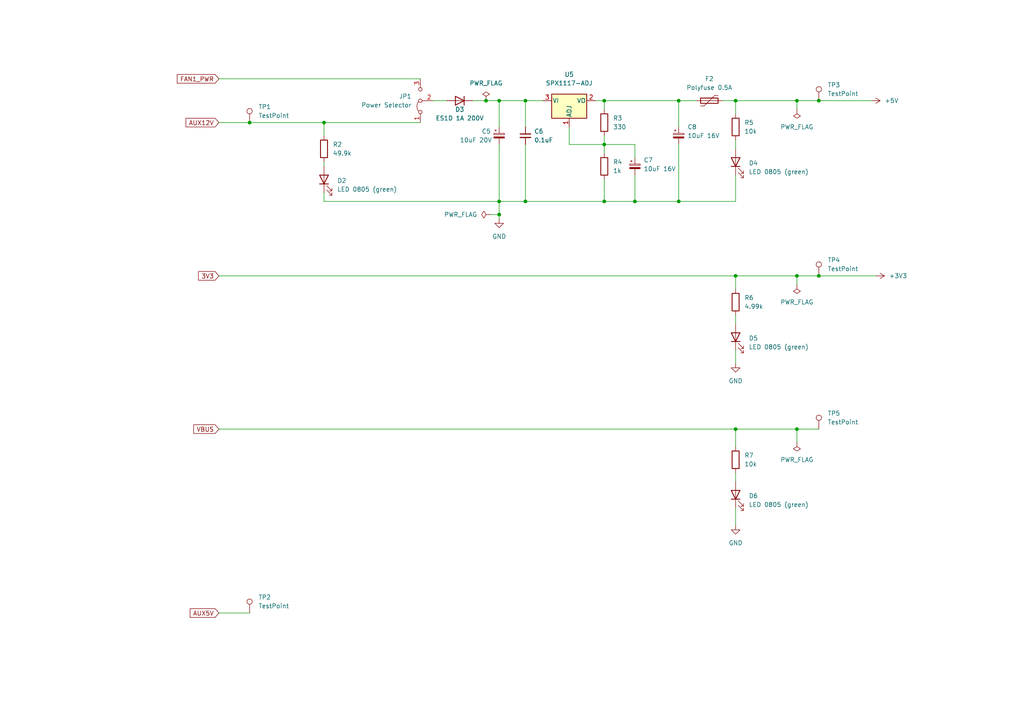
<source format=kicad_sch>
(kicad_sch (version 20211123) (generator eeschema)
  (paper "A4")
  (title_block (title "FanPico-0804 v1.2") (date "2022-03-11") (company "Timo Kokkonen <tjko@iki.fi>") (comment 3 "Fanpico firmware reference PCB."))
  (lib_symbols
    (symbol "Connector:TestPoint" (pin_numbers hide) (pin_names (offset 0.762) hide)
      (property "Reference" "TP" (at 0 6.858 0))
      (property "Value" "TestPoint" (at 0 5.08 0))
      (symbol "TestPoint_0_1"
        (circle (center 0 3.302) (radius 0.762))
      )
      (symbol "TestPoint_1_1"
        (pin passive line (at 0 0 90) (length 2.54) (name "1") (number "1"))
      )
    )
    (symbol "Device:C_Polarized_Small" (pin_numbers hide) (pin_names (offset 0.254) hide)
      (property "Reference" "C" (at 0.254 1.778 0))
      (property "Value" "C_Polarized_Small" (at 0.254 -2.032 0))
      (symbol "C_Polarized_Small_0_1"
        (rectangle (start -1.524 -0.3048) (end 1.524 -0.6858) (fill (type outline)))
        (rectangle (start -1.524 0.6858) (end 1.524 0.3048))
        (polyline (pts (xy -1.27 1.524) (xy -0.762 1.524)))
        (polyline (pts (xy -1.016 1.27) (xy -1.016 1.778)))
      )
      (symbol "C_Polarized_Small_1_1"
        (pin passive line (at 0 2.54 270) (length 1.8542) (name "~") (number "1"))
        (pin passive line (at 0 -2.54 90) (length 1.8542) (name "~") (number "2"))
      )
    )
    (symbol "Device:C_Small" (pin_numbers hide) (pin_names (offset 0.254) hide)
      (property "Reference" "C" (at 0.254 1.778 0))
      (property "Value" "C_Small" (at 0.254 -2.032 0))
      (symbol "C_Small_0_1"
        (polyline (pts (xy -1.524 -0.508) (xy 1.524 -0.508)) (stroke (width 0.3302)))
        (polyline (pts (xy -1.524 0.508) (xy 1.524 0.508)) (stroke (width 0.3048)))
      )
      (symbol "C_Small_1_1"
        (pin passive line (at 0 2.54 270) (length 2.032) (name "~") (number "1"))
        (pin passive line (at 0 -2.54 90) (length 2.032) (name "~") (number "2"))
      )
    )
    (symbol "Device:D" (pin_numbers hide) (pin_names (offset 1.016) hide)
      (property "Reference" "D" (at 0 2.54 0))
      (property "Value" "D" (at 0 -2.54 0))
      (symbol "D_0_1"
        (polyline (pts (xy -1.27 1.27) (xy -1.27 -1.27)) (stroke (width 0.254)))
        (polyline (pts (xy 1.27 0) (xy -1.27 0)))
        (polyline (pts (xy 1.27 1.27) (xy 1.27 -1.27) (xy -1.27 0) (xy 1.27 1.27)) (stroke (width 0.254)))
      )
      (symbol "D_1_1"
        (pin passive line (at -3.81 0 0) (length 2.54) (name "K") (number "1"))
        (pin passive line (at 3.81 0 180) (length 2.54) (name "A") (number "2"))
      )
    )
    (symbol "Device:LED" (pin_numbers hide) (pin_names (offset 1.016) hide)
      (property "Reference" "D" (at 0 2.54 0))
      (property "Value" "LED" (at 0 -2.54 0))
      (symbol "LED_0_1"
        (polyline (pts (xy -1.27 -1.27) (xy -1.27 1.27)) (stroke (width 0.254)))
        (polyline (pts (xy -1.27 0) (xy 1.27 0)))
        (polyline (pts (xy 1.27 -1.27) (xy 1.27 1.27) (xy -1.27 0) (xy 1.27 -1.27)) (stroke (width 0.254)))
        (polyline (pts (xy -3.048 -0.762) (xy -4.572 -2.286) (xy -3.81 -2.286) (xy -4.572 -2.286) (xy -4.572 -1.524)))
        (polyline (pts (xy -1.778 -0.762) (xy -3.302 -2.286) (xy -2.54 -2.286) (xy -3.302 -2.286) (xy -3.302 -1.524)))
      )
      (symbol "LED_1_1"
        (pin passive line (at -3.81 0 0) (length 2.54) (name "K") (number "1"))
        (pin passive line (at 3.81 0 180) (length 2.54) (name "A") (number "2"))
      )
    )
    (symbol "Device:Polyfuse" (pin_numbers hide) (pin_names (offset 0))
      (property "Reference" "F" (at -2.54 0 90))
      (property "Value" "Polyfuse" (at 2.54 0 90))
      (symbol "Polyfuse_0_1"
        (rectangle (start -0.762 2.54) (end 0.762 -2.54) (stroke (width 0.254)))
        (polyline (pts (xy 0 2.54) (xy 0 -2.54)))
        (polyline (pts (xy -1.524 2.54) (xy -1.524 1.524) (xy 1.524 -1.524) (xy 1.524 -2.54)))
      )
      (symbol "Polyfuse_1_1"
        (pin passive line (at 0 3.81 270) (length 1.27) (name "~") (number "1"))
        (pin passive line (at 0 -3.81 90) (length 1.27) (name "~") (number "2"))
      )
    )
    (symbol "Device:R" (pin_numbers hide) (pin_names (offset 0))
      (property "Reference" "R" (at 2.032 0 90))
      (property "Value" "R" (at 0 0 90))
      (symbol "R_0_1"
        (rectangle (start -1.016 -2.54) (end 1.016 2.54) (stroke (width 0.254)))
      )
      (symbol "R_1_1"
        (pin passive line (at 0 3.81 270) (length 1.27) (name "~") (number "1"))
        (pin passive line (at 0 -3.81 90) (length 1.27) (name "~") (number "2"))
      )
    )
    (symbol "Jumper:Jumper_3_Bridged12" (pin_names (offset 0) hide)
      (property "Reference" "JP" (at -2.54 -2.54 0))
      (property "Value" "Jumper_3_Bridged12" (at 0 2.794 0))
      (symbol "Jumper_3_Bridged12_0_0"
        (circle (center -3.302 0) (radius 0.508))
        (circle (center 0 0) (radius 0.508))
        (circle (center 3.302 0) (radius 0.508))
      )
      (symbol "Jumper_3_Bridged12_0_1"
        (arc (start -0.254 0.508) (mid -1.651 0.9912) (end -3.048 0.508))
        (polyline (pts (xy 0 -1.27) (xy 0 -0.508)))
      )
      (symbol "Jumper_3_Bridged12_1_1"
        (pin passive line (at -6.35 0 0) (length 2.54) (name "A") (number "1"))
        (pin passive line (at 0 -3.81 90) (length 2.54) (name "C") (number "2"))
        (pin passive line (at 6.35 0 180) (length 2.54) (name "B") (number "3"))
      )
    )
    (symbol "Regulator_Linear:LM1117-ADJ" (pin_names (offset 0.254))
      (property "Reference" "U" (at -3.81 3.175 0))
      (property "Value" "LM1117-ADJ" (at 0 3.175 0))
      (symbol "LM1117-ADJ_0_1"
        (rectangle (start -5.08 -5.08) (end 5.08 1.905) (stroke (width 0.254)) (fill (type background)))
      )
      (symbol "LM1117-ADJ_1_1"
        (pin input line (at 0 -7.62 90) (length 2.54) (name "ADJ") (number "1"))
        (pin power_out line (at 7.62 0 180) (length 2.54) (name "VO") (number "2"))
        (pin power_in line (at -7.62 0 0) (length 2.54) (name "VI") (number "3"))
      )
    )
    (symbol "power:+3.3V" (power) (pin_names (offset 0))
      (property "Value" "+3.3V" (at 0 3.556 0))
      (symbol "+3.3V_0_1"
        (polyline (pts (xy -0.762 1.27) (xy 0 2.54)))
        (polyline (pts (xy 0 0) (xy 0 2.54)))
        (polyline (pts (xy 0 2.54) (xy 0.762 1.27)))
      )
      (symbol "+3.3V_1_1"
        (pin power_in line (at 0 0 90) (length 0) hide (name "+3V3") (number "1"))
      )
    )
    (symbol "power:+5V" (power) (pin_names (offset 0))
      (property "Value" "+5V" (at 0 3.556 0))
      (symbol "+5V_0_1"
        (polyline (pts (xy -0.762 1.27) (xy 0 2.54)))
        (polyline (pts (xy 0 0) (xy 0 2.54)))
        (polyline (pts (xy 0 2.54) (xy 0.762 1.27)))
      )
      (symbol "+5V_1_1"
        (pin power_in line (at 0 0 90) (length 0) hide (name "+5V") (number "1"))
      )
    )
    (symbol "power:GND" (power) (pin_names (offset 0))
      (property "Value" "GND" (at 0 -3.81 0))
      (symbol "GND_0_1"
        (polyline (pts (xy 0 0) (xy 0 -1.27) (xy 1.27 -1.27) (xy 0 -2.54) (xy -1.27 -1.27) (xy 0 -1.27)))
      )
      (symbol "GND_1_1"
        (pin power_in line (at 0 0 270) (length 0) hide (name "GND") (number "1"))
      )
    )
    (symbol "power:PWR_FLAG" (power) (pin_numbers hide) (pin_names (offset 0) hide)
      (property "Value" "PWR_FLAG" (at 0 3.81 0))
      (symbol "PWR_FLAG_0_0"
        (pin power_out line (at 0 0 90) (length 0) (name "pwr") (number "1"))
      )
      (symbol "PWR_FLAG_0_1"
        (polyline (pts (xy 0 0) (xy 0 1.27) (xy -1.016 1.905) (xy 0 2.54) (xy 1.016 1.905) (xy 0 1.27)))
      )
    )
  )
  (junction (at 175.26 29.21))
  (junction (at 72.39 35.56))
  (junction (at 152.4 58.42))
  (junction (at 237.49 29.21))
  (junction (at 237.49 80.01))
  (junction (at 231.14 80.01))
  (junction (at 213.36 29.21))
  (junction (at 196.85 29.21))
  (junction (at 140.97 29.21))
  (junction (at 213.36 80.01))
  (junction (at 231.14 29.21))
  (junction (at 184.15 58.42))
  (junction (at 152.4 29.21))
  (junction (at 175.26 41.91))
  (junction (at 144.78 62.23))
  (junction (at 175.26 58.42))
  (junction (at 144.78 29.21))
  (junction (at 144.78 58.42))
  (junction (at 213.36 124.46))
  (junction (at 231.14 124.46))
  (junction (at 93.98 35.56))
  (junction (at 196.85 58.42))
  (wire (pts (xy 184.15 50.8) (xy 184.15 58.42)))
  (wire (pts (xy 165.1 36.83) (xy 165.1 41.91)))
  (wire (pts (xy 142.24 62.23) (xy 144.78 62.23)))
  (wire (pts (xy 231.14 124.46) (xy 213.36 124.46)))
  (wire (pts (xy 231.14 80.01) (xy 237.49 80.01)))
  (wire (pts (xy 231.14 29.21) (xy 237.49 29.21)))
  (wire (pts (xy 196.85 36.83) (xy 196.85 29.21)))
  (wire (pts (xy 144.78 62.23) (xy 144.78 63.5)))
  (wire (pts (xy 213.36 80.01) (xy 231.14 80.01)))
  (wire (pts (xy 125.73 29.21) (xy 129.54 29.21)))
  (wire (pts (xy 175.26 41.91) (xy 175.26 44.45)))
  (wire (pts (xy 152.4 29.21) (xy 157.48 29.21)))
  (wire (pts (xy 93.98 35.56) (xy 121.92 35.56)))
  (wire (pts (xy 209.55 29.21) (xy 213.36 29.21)))
  (wire (pts (xy 196.85 29.21) (xy 201.93 29.21)))
  (wire (pts (xy 213.36 93.98) (xy 213.36 91.44)))
  (wire (pts (xy 172.72 29.21) (xy 175.26 29.21)))
  (wire (pts (xy 93.98 55.88) (xy 93.98 58.42)))
  (wire (pts (xy 63.5 35.56) (xy 72.39 35.56)))
  (wire (pts (xy 144.78 36.83) (xy 144.78 29.21)))
  (wire (pts (xy 175.26 39.37) (xy 175.26 41.91)))
  (wire (pts (xy 196.85 41.91) (xy 196.85 58.42)))
  (wire (pts (xy 231.14 124.46) (xy 231.14 128.27)))
  (wire (pts (xy 175.26 29.21) (xy 175.26 31.75)))
  (wire (pts (xy 213.36 139.7) (xy 213.36 137.16)))
  (wire (pts (xy 213.36 101.6) (xy 213.36 105.41)))
  (wire (pts (xy 152.4 58.42) (xy 175.26 58.42)))
  (wire (pts (xy 165.1 41.91) (xy 175.26 41.91)))
  (wire (pts (xy 93.98 35.56) (xy 93.98 39.37)))
  (wire (pts (xy 144.78 58.42) (xy 144.78 62.23)))
  (wire (pts (xy 140.97 29.21) (xy 144.78 29.21)))
  (wire (pts (xy 231.14 82.55) (xy 231.14 80.01)))
  (wire (pts (xy 93.98 58.42) (xy 144.78 58.42)))
  (wire (pts (xy 254 80.01) (xy 237.49 80.01)))
  (wire (pts (xy 213.36 29.21) (xy 213.36 33.02)))
  (wire (pts (xy 144.78 29.21) (xy 152.4 29.21)))
  (wire (pts (xy 184.15 58.42) (xy 196.85 58.42)))
  (wire (pts (xy 72.39 35.56) (xy 93.98 35.56)))
  (wire (pts (xy 63.5 177.8) (xy 72.39 177.8)))
  (wire (pts (xy 144.78 41.91) (xy 144.78 58.42)))
  (wire (pts (xy 93.98 46.99) (xy 93.98 48.26)))
  (wire (pts (xy 152.4 29.21) (xy 152.4 36.83)))
  (wire (pts (xy 237.49 29.21) (xy 252.73 29.21)))
  (wire (pts (xy 144.78 58.42) (xy 152.4 58.42)))
  (wire (pts (xy 231.14 29.21) (xy 231.14 31.75)))
  (wire (pts (xy 213.36 29.21) (xy 231.14 29.21)))
  (wire (pts (xy 175.26 52.07) (xy 175.26 58.42)))
  (wire (pts (xy 213.36 43.18) (xy 213.36 40.64)))
  (wire (pts (xy 137.16 29.21) (xy 140.97 29.21)))
  (wire (pts (xy 213.36 50.8) (xy 213.36 58.42)))
  (wire (pts (xy 213.36 147.32) (xy 213.36 152.4)))
  (wire (pts (xy 175.26 58.42) (xy 184.15 58.42)))
  (wire (pts (xy 184.15 45.72) (xy 184.15 41.91)))
  (wire (pts (xy 184.15 41.91) (xy 175.26 41.91)))
  (wire (pts (xy 63.5 80.01) (xy 213.36 80.01)))
  (wire (pts (xy 152.4 41.91) (xy 152.4 58.42)))
  (wire (pts (xy 63.5 124.46) (xy 213.36 124.46)))
  (wire (pts (xy 213.36 80.01) (xy 213.36 83.82)))
  (wire (pts (xy 175.26 29.21) (xy 196.85 29.21)))
  (wire (pts (xy 213.36 124.46) (xy 213.36 129.54)))
  (wire (pts (xy 63.5 22.86) (xy 121.92 22.86)))
  (wire (pts (xy 237.49 124.46) (xy 231.14 124.46)))
  (wire (pts (xy 213.36 58.42) (xy 196.85 58.42)))
  (global_label "AUX5V" (shape input) (at 63.5 177.8 180) (property "Intersheet References" "${INTERSHEET_REFS}" (effects hide)))
  (global_label "VBUS" (shape input) (at 63.5 124.46 180) (property "Intersheet References" "${INTERSHEET_REFS}" (effects hide)))
  (global_label "FAN1_PWR" (shape input) (at 63.5 22.86 180) (property "Intersheet References" "${INTERSHEET_REFS}" (effects hide)))
  (global_label "3V3" (shape input) (at 63.5 80.01 180) (property "Intersheet References" "${INTERSHEET_REFS}" (effects hide)))
  (global_label "AUX12V" (shape input) (at 63.5 35.56 180) (property "Intersheet References" "${INTERSHEET_REFS}" (effects hide)))
  (symbol (lib_id "power:PWR_FLAG") (at 142.24 62.23 90) (unit 1)
    (property "Reference" "#FLG03" (effects hide))
    (property "Value" "PWR_FLAG" (at 138.43 62.2299 90) (effects (justify left)))
  )
  (symbol (lib_id "Connector:TestPoint") (at 237.49 29.21 0) (unit 1)
    (property "Reference" "TP3" (at 240.03 24.6379 0) (effects (justify left)))
    (property "Value" "TestPoint" (at 240.03 27.1779 0) (effects (justify left)))
    (property "Footprint" "TestPoint:TestPoint_Pad_D1.5mm" (effects hide))
  )
  (symbol (lib_id "power:PWR_FLAG") (at 140.97 29.21 0) (unit 1)
    (property "Reference" "#FLG02" (effects hide))
    (property "Value" "PWR_FLAG" (at 140.97 24.13 0))
  )
  (symbol (lib_id "Connector:TestPoint") (at 72.39 35.56 0) (unit 1)
    (property "Reference" "TP1" (at 74.93 30.9879 0) (effects (justify left)))
    (property "Value" "TestPoint" (at 74.93 33.5279 0) (effects (justify left)))
    (property "Footprint" "TestPoint:TestPoint_Pad_D1.5mm" (effects hide))
  )
  (symbol (lib_id "Device:D") (at 133.35 29.21 180) (unit 1)
    (property "Reference" "D3" (at 133.35 31.75 0))
    (property "Value" "ES1D 1A 200V" (at 133.35 34.29 0))
    (property "Footprint" "Diode_SMD:D_SMA_Handsoldering" (effects hide))
  )
  (symbol (lib_id "Connector:TestPoint") (at 237.49 124.46 0) (unit 1)
    (property "Reference" "TP5" (at 240.03 119.8879 0) (effects (justify left)))
    (property "Value" "TestPoint" (at 240.03 122.4279 0) (effects (justify left)))
    (property "Footprint" "TestPoint:TestPoint_Pad_D1.5mm" (effects hide))
  )
  (symbol (lib_id "Device:R") (at 213.36 133.35 0) (unit 1)
    (property "Reference" "R7" (at 215.9 132.0799 0) (effects (justify left)))
    (property "Value" "10k" (at 215.9 134.6199 0) (effects (justify left)))
    (property "Footprint" "Resistor_SMD:R_0603_1608Metric_Pad0.98x0.95mm_HandSolder" (effects hide))
  )
  (symbol (lib_id "Device:C_Polarized_Small") (at 196.85 39.37 0) (unit 1)
    (property "Reference" "C8" (at 199.39 36.83 0) (effects (justify left)))
    (property "Value" "10uF 16V" (at 199.39 39.37 0) (effects (justify left)))
    (property "Footprint" "Capacitor_Tantalum_SMD:CP_EIA-3216-18_Kemet-A_Pad1.58x1.35mm_HandSolder" (effects hide))
  )
  (symbol (lib_id "Device:LED") (at 213.36 46.99 90) (unit 1)
    (property "Reference" "D4" (at 217.17 47.3074 90) (effects (justify right)))
    (property "Value" "LED 0805 (green)" (at 217.17 49.8474 90) (effects (justify right)))
    (property "Footprint" "LED_SMD:LED_0805_2012Metric_Pad1.15x1.40mm_HandSolder" (effects hide))
  )
  (symbol (lib_id "power:PWR_FLAG") (at 231.14 128.27 180) (unit 1)
    (property "Reference" "#FLG06" (effects hide))
    (property "Value" "PWR_FLAG" (at 231.14 133.35 0))
  )
  (symbol (lib_id "Connector:TestPoint") (at 237.49 80.01 0) (unit 1)
    (property "Reference" "TP4" (at 240.03 75.4379 0) (effects (justify left)))
    (property "Value" "TestPoint" (at 240.03 77.9779 0) (effects (justify left)))
    (property "Footprint" "TestPoint:TestPoint_Pad_D1.5mm" (effects hide))
  )
  (symbol (lib_id "power:GND") (at 213.36 105.41 0) (unit 1)
    (property "Reference" "#PWR030" (effects hide))
    (property "Value" "GND" (at 213.36 110.49 0))
  )
  (symbol (lib_id "Jumper:Jumper_3_Bridged12") (at 121.92 29.21 90) (unit 1)
    (property "Reference" "JP1" (at 119.38 27.9399 90) (effects (justify left)))
    (property "Value" "Power Selector" (at 119.38 30.4799 90) (effects (justify left)))
    (property "Footprint" "Connector_PinHeader_2.54mm:PinHeader_1x03_P2.54mm_Vertical" (effects hide))
  )
  (symbol (lib_id "Device:R") (at 213.36 36.83 0) (unit 1)
    (property "Reference" "R5" (at 215.9 35.5599 0) (effects (justify left)))
    (property "Value" "10k" (at 215.9 38.0999 0) (effects (justify left)))
    (property "Footprint" "Resistor_SMD:R_0603_1608Metric_Pad0.98x0.95mm_HandSolder" (effects hide))
  )
  (symbol (lib_id "Device:R") (at 175.26 35.56 0) (unit 1)
    (property "Reference" "R3" (at 177.8 34.2899 0) (effects (justify left)))
    (property "Value" "330" (at 177.8 36.8299 0) (effects (justify left)))
    (property "Footprint" "Resistor_SMD:R_0603_1608Metric_Pad0.98x0.95mm_HandSolder" (effects hide))
  )
  (symbol (lib_id "Device:C_Polarized_Small") (at 184.15 48.26 0) (unit 1)
    (property "Reference" "C7" (at 186.69 46.4438 0) (effects (justify left)))
    (property "Value" "10uF 16V" (at 186.69 48.9838 0) (effects (justify left)))
    (property "Footprint" "Capacitor_Tantalum_SMD:CP_EIA-3216-18_Kemet-A_Pad1.58x1.35mm_HandSolder" (effects hide))
  )
  (symbol (lib_id "Device:R") (at 93.98 43.18 0) (unit 1)
    (property "Reference" "R2" (at 96.52 41.9099 0) (effects (justify left)))
    (property "Value" "49.9k" (at 96.52 44.4499 0) (effects (justify left)))
    (property "Footprint" "Resistor_SMD:R_0603_1608Metric_Pad0.98x0.95mm_HandSolder" (effects hide))
  )
  (symbol (lib_id "power:PWR_FLAG") (at 231.14 82.55 180) (unit 1)
    (property "Reference" "#FLG05" (effects hide))
    (property "Value" "PWR_FLAG" (at 231.14 87.63 0))
  )
  (symbol (lib_id "Device:LED") (at 213.36 97.79 90) (unit 1)
    (property "Reference" "D5" (at 217.17 98.1074 90) (effects (justify right)))
    (property "Value" "LED 0805 (green)" (at 217.17 100.6474 90) (effects (justify right)))
    (property "Footprint" "LED_SMD:LED_0805_2012Metric_Pad1.15x1.40mm_HandSolder" (effects hide))
  )
  (symbol (lib_id "power:GND") (at 144.78 63.5 0) (unit 1)
    (property "Reference" "#PWR029" (effects hide))
    (property "Value" "GND" (at 144.78 68.58 0))
  )
  (symbol (lib_id "power:+5V") (at 252.73 29.21 270) (unit 1)
    (property "Reference" "#PWR032" (effects hide))
    (property "Value" "+5V" (at 256.54 29.21 90) (effects (justify left)))
  )
  (symbol (lib_id "Connector:TestPoint") (at 72.39 177.8 0) (unit 1)
    (property "Reference" "TP2" (at 74.93 173.2279 0) (effects (justify left)))
    (property "Value" "TestPoint" (at 74.93 175.7679 0) (effects (justify left)))
    (property "Footprint" "TestPoint:TestPoint_Pad_D1.5mm" (effects hide))
  )
  (symbol (lib_id "Device:Polyfuse") (at 205.74 29.21 90) (unit 1)
    (property "Reference" "F2" (at 205.74 22.86 90))
    (property "Value" "Polyfuse 0.5A" (at 205.74 25.4 90))
    (property "Footprint" "Fuse:Fuse_1206_3216Metric_Pad1.42x1.75mm_HandSolder" (effects hide))
  )
  (symbol (lib_id "Device:C_Polarized_Small") (at 144.78 39.37 0) (unit 1)
    (property "Reference" "C5" (at 139.7 38.1 0) (effects (justify left)))
    (property "Value" "10uF 20V" (at 133.35 40.64 0) (effects (justify left)))
    (property "Footprint" "Capacitor_Tantalum_SMD:CP_EIA-3216-18_Kemet-A_Pad1.58x1.35mm_HandSolder" (effects hide))
  )
  (symbol (lib_id "Device:R") (at 213.36 87.63 0) (unit 1)
    (property "Reference" "R6" (at 215.9 86.3599 0) (effects (justify left)))
    (property "Value" "4.99k" (at 215.9 88.8999 0) (effects (justify left)))
    (property "Footprint" "Resistor_SMD:R_0603_1608Metric_Pad0.98x0.95mm_HandSolder" (effects hide))
  )
  (symbol (lib_id "Device:LED") (at 93.98 52.07 90) (unit 1)
    (property "Reference" "D2" (at 97.79 52.3874 90) (effects (justify right)))
    (property "Value" "LED 0805 (green)" (at 97.79 54.9274 90) (effects (justify right)))
    (property "Footprint" "LED_SMD:LED_0805_2012Metric_Pad1.15x1.40mm_HandSolder" (effects hide))
  )
  (symbol (lib_id "Device:C_Small") (at 152.4 39.37 0) (unit 1)
    (property "Reference" "C6" (at 154.94 38.1062 0) (effects (justify left)))
    (property "Value" "0.1uF" (at 154.94 40.6462 0) (effects (justify left)))
    (property "Footprint" "Capacitor_SMD:C_0603_1608Metric_Pad1.08x0.95mm_HandSolder" (effects hide))
  )
  (symbol (lib_id "Regulator_Linear:LM1117-ADJ") (at 165.1 29.21 0) (unit 1)
    (property "Reference" "U5" (at 165.1 21.59 0))
    (property "Value" "SPX1117-ADJ" (at 165.1 24.13 0))
    (property "Footprint" "Package_TO_SOT_SMD:SOT-223" (effects hide))
    (property "Datasheet" "http://www.ti.com/lit/ds/symlink/lm1117.pdf" (effects hide))
  )
  (symbol (lib_id "power:PWR_FLAG") (at 231.14 31.75 180) (unit 1)
    (property "Reference" "#FLG04" (effects hide))
    (property "Value" "PWR_FLAG" (at 231.14 36.83 0))
  )
  (symbol (lib_id "power:+3.3V") (at 254 80.01 270) (unit 1)
    (property "Reference" "#PWR033" (effects hide))
    (property "Value" "+3.3V" (at 257.81 80.0099 90) (effects (justify left)))
  )
  (symbol (lib_id "power:GND") (at 213.36 152.4 0) (unit 1)
    (property "Reference" "#PWR031" (effects hide))
    (property "Value" "GND" (at 213.36 157.48 0))
  )
  (symbol (lib_id "Device:R") (at 175.26 48.26 0) (unit 1)
    (property "Reference" "R4" (at 177.8 46.9899 0) (effects (justify left)))
    (property "Value" "1k" (at 177.8 49.5299 0) (effects (justify left)))
    (property "Footprint" "Resistor_SMD:R_0603_1608Metric_Pad0.98x0.95mm_HandSolder" (effects hide))
  )
  (symbol (lib_id "Device:LED") (at 213.36 143.51 90) (unit 1)
    (property "Reference" "D6" (at 217.17 143.8274 90) (effects (justify right)))
    (property "Value" "LED 0805 (green)" (at 217.17 146.3674 90) (effects (justify right)))
    (property "Footprint" "LED_SMD:LED_0805_2012Metric_Pad1.15x1.40mm_HandSolder" (effects hide))
  )
)
</source>
